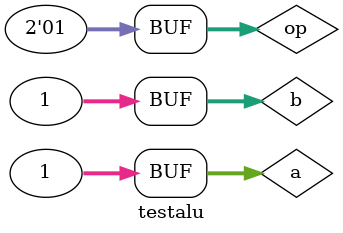
<source format=v>
`timescale 1ns / 1ps


module testalu;

	// Inputs
	reg [31:0] a;
	reg [31:0] b;
	reg [1:0] op;

	// Outputs
	wire zero;
	wire [31:0] aluout;

	// Instantiate the Unit Under Test (UUT)
	alu uut (
		.a(a), 
		.b(b), 
		.op(op), 
		.zero(zero), 
		.aluout(aluout)
	);

	initial begin
		// Initialize Inputs
		a = 1;
		b = 1;
		op = 2'b01;

		// Wait 100 ns for global reset to finish
		#100;
        
		// Add stimulus here

	end
      
endmodule


</source>
